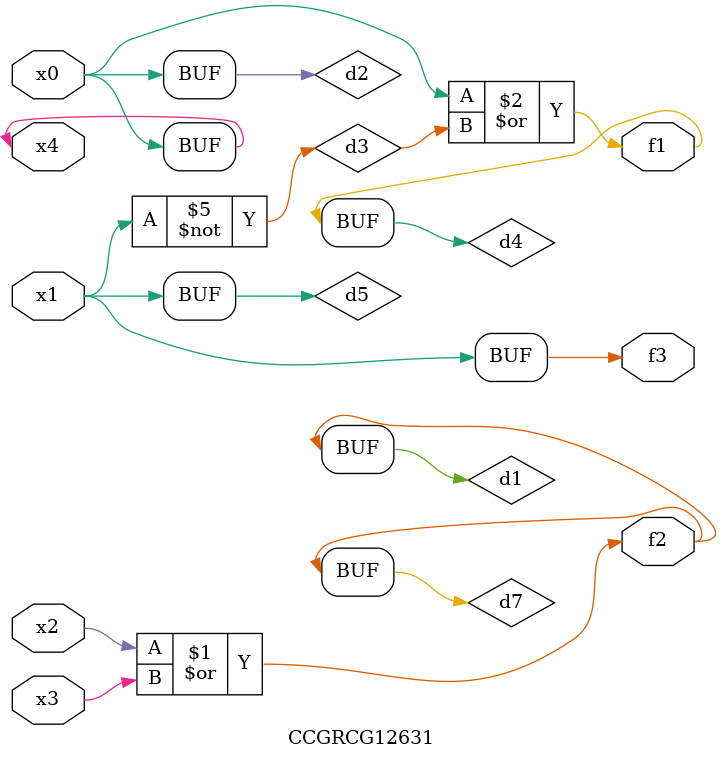
<source format=v>
module CCGRCG12631(
	input x0, x1, x2, x3, x4,
	output f1, f2, f3
);

	wire d1, d2, d3, d4, d5, d6, d7;

	or (d1, x2, x3);
	buf (d2, x0, x4);
	not (d3, x1);
	or (d4, d2, d3);
	not (d5, d3);
	nand (d6, d1, d3);
	or (d7, d1);
	assign f1 = d4;
	assign f2 = d7;
	assign f3 = d5;
endmodule

</source>
